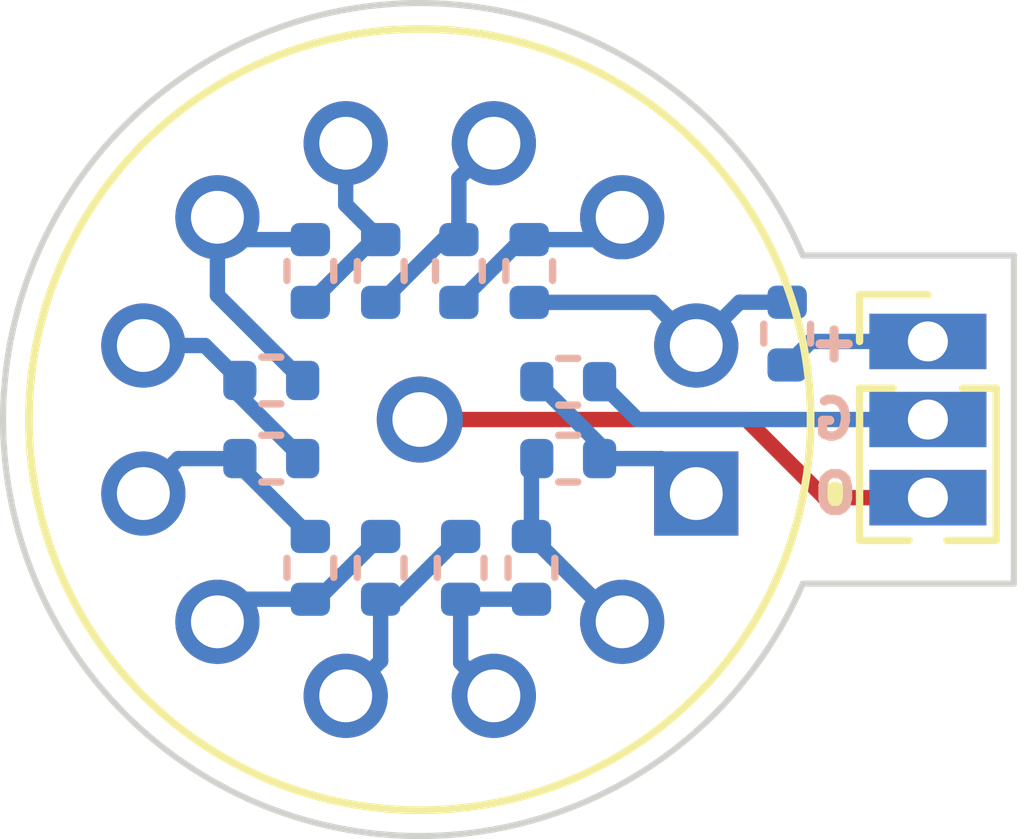
<source format=kicad_pcb>
(kicad_pcb (version 20211014) (generator pcbnew)
  (layers (0 "F.Cu" signal) (31 "B.Cu" signal) (34 "B.Paste" user) (35 "F.Paste" user) (36 "B.SilkS" user "B.Silkscreen") (37 "F.SilkS" user "F.Silkscreen") (38 "B.Mask" user) (39 "F.Mask" user) (44 "Edge.Cuts" user))
  (net 0 "")
  (net 1 "OUT")
  (net 2 "Net-(R1-Pad1)")
  (net 3 "Net-(R1-Pad2)")
  (net 4 "Net-(R2-Pad1)")
  (net 5 "Net-(R3-Pad1)")
  (net 6 "Net-(R4-Pad1)")
  (net 7 "Net-(R5-Pad1)")
  (net 8 "Net-(R6-Pad1)")
  (net 9 "Net-(R7-Pad1)")
  (net 10 "Net-(R8-Pad1)")
  (net 11 "Net-(R10-Pad2)")
  (net 12 "Net-(R10-Pad1)")
  (net 13 "Net-(R11-Pad1)")
  (net 14 "GND")
  (net 15 "+3.3V")
  (footprint "ROTART_SW:SW_56DP30-01-1-AJN" (layer "F.Cu") (at 84.836 37.084)
    (fp_text reference "S1" hide)
    (fp_text value "56DP30-01-1-AJN" hide)
    (fp_circle (center 0 0) (end 6.35 0) (layer "F.SilkS") (width 0.127) (fill none))
    (fp_circle (center 6.75 1.21) (end 6.85 1.21) (layer "F.SilkS") (width 0.2) (fill none))
    (pad "1" thru_hole rect (at 4.49156 1.20351) (size 1.368 1.368) (drill 0.86) (layers *.Cu *.Mask) (net 13 "Net-(R11-Pad1)"))
    (pad "2" thru_hole circle (at 3.28805 3.28805) (size 1.368 1.368) (drill 0.86) (layers *.Cu *.Mask) (net 12 "Net-(R10-Pad1)"))
    (pad "3" thru_hole circle (at 1.20351 4.49156) (size 1.368 1.368) (drill 0.86) (layers *.Cu *.Mask) (net 11 "Net-(R10-Pad2)"))
    (pad "4" thru_hole circle (at -1.20351 4.49156) (size 1.368 1.368) (drill 0.86) (layers *.Cu *.Mask) (net 10 "Net-(R8-Pad1)"))
    (pad "5" thru_hole circle (at -3.28805 3.28805) (size 1.368 1.368) (drill 0.86) (layers *.Cu *.Mask) (net 9 "Net-(R7-Pad1)"))
    (pad "6" thru_hole circle (at -4.49156 1.20351) (size 1.368 1.368) (drill 0.86) (layers *.Cu *.Mask) (net 8 "Net-(R6-Pad1)"))
    (pad "7" thru_hole circle (at -4.49156 -1.20351) (size 1.368 1.368) (drill 0.86) (layers *.Cu *.Mask) (net 7 "Net-(R5-Pad1)"))
    (pad "8" thru_hole circle (at -3.28805 -3.28805) (size 1.368 1.368) (drill 0.86) (layers *.Cu *.Mask) (net 6 "Net-(R4-Pad1)"))
    (pad "9" thru_hole circle (at -1.20351 -4.49156) (size 1.368 1.368) (drill 0.86) (layers *.Cu *.Mask) (net 5 "Net-(R3-Pad1)"))
    (pad "10" thru_hole circle (at 1.20351 -4.49156) (size 1.368 1.368) (drill 0.86) (layers *.Cu *.Mask) (net 4 "Net-(R2-Pad1)"))
    (pad "11" thru_hole circle (at 3.28805 -3.28805) (size 1.368 1.368) (drill 0.86) (layers *.Cu *.Mask) (net 2 "Net-(R1-Pad1)"))
    (pad "12" thru_hole circle (at 4.49156 -1.20351) (size 1.368 1.368) (drill 0.86) (layers *.Cu *.Mask) (net 3 "Net-(R1-Pad2)"))
    (pad "C" thru_hole circle (at 0 0) (size 1.398 1.398) (drill 0.89) (layers *.Cu *.Mask) (net 1 "OUT"))
  )
  (footprint "Connector_PinHeader_1.27mm:PinHeader_1x03_P1.27mm_Vertical" (layer "F.Cu") (at 93.091 35.814)
    (fp_text reference "J1" hide)
    (fp_text value "Conn_01x03_Male" hide)
    (fp_line (start 1.11 0.76) (end 1.11 3.235) (layer "F.SilkS") (width 0.12))
    (fp_line (start 0.30753 3.235) (end 1.11 3.235) (layer "F.SilkS") (width 0.12))
    (fp_line (start 0.563471 0.76) (end 1.11 0.76) (layer "F.SilkS") (width 0.12))
    (fp_line (start -1.11 -0.76) (end 0 -0.76) (layer "F.SilkS") (width 0.12))
    (fp_line (start -1.11 3.235) (end -0.30753 3.235) (layer "F.SilkS") (width 0.12))
    (fp_line (start -1.11 0.76) (end -0.563471 0.76) (layer "F.SilkS") (width 0.12))
    (fp_line (start -1.11 0.76) (end -1.11 3.235) (layer "F.SilkS") (width 0.12))
    (fp_line (start -1.11 0) (end -1.11 -0.76) (layer "F.SilkS") (width 0.12))
    (pad "1" thru_hole custom (at 0 0) (size 1.9 0.9) (drill 0.65) (layers *.Cu *.Mask) (net 15 "+3.3V") (options (clearance outline) (anchor rect)) (primitives))
    (pad "2" thru_hole custom (at 0 1.27) (size 1.9 0.9) (drill 0.65) (layers *.Cu *.Mask) (net 14 "GND") (options (clearance outline) (anchor rect)) (primitives))
    (pad "3" thru_hole custom (at 0 2.54) (size 1.9 0.9) (drill 0.65) (layers *.Cu *.Mask) (net 1 "OUT") (options (clearance outline) (anchor rect)) (primitives))
  )
  (footprint "Resistor_SMD:R_0402_1005Metric" (layer "B.Cu") (at 83.058 34.669 -90)
    (fp_text reference "R4" hide)
    (fp_text value "1k" hide)
    (fp_line (start -0.153641 -0.38) (end 0.153641 -0.38) (layer "B.SilkS") (width 0.12))
    (fp_line (start -0.153641 0.38) (end 0.153641 0.38) (layer "B.SilkS") (width 0.12))
    (pad "1" smd roundrect (at -0.51 0 270) (size 0.54 0.64) (layers "B.Cu" "B.Paste" "B.Mask") (net 6 "Net-(R4-Pad1)"))
    (pad "2" smd roundrect (at 0.51 0 270) (size 0.54 0.64) (layers "B.Cu" "B.Paste" "B.Mask") (net 5 "Net-(R3-Pad1)"))
  )
  (footprint "Resistor_SMD:R_0402_1005Metric" (layer "B.Cu") (at 82.423 37.719)
    (fp_text reference "R6" hide)
    (fp_text value "1k" hide)
    (fp_line (start -0.153641 -0.38) (end 0.153641 -0.38) (layer "B.SilkS") (width 0.12))
    (fp_line (start -0.153641 0.38) (end 0.153641 0.38) (layer "B.SilkS") (width 0.12))
    (pad "1" smd roundrect (at -0.51 0) (size 0.54 0.64) (layers "B.Cu" "B.Paste" "B.Mask") (net 8 "Net-(R6-Pad1)"))
    (pad "2" smd roundrect (at 0.51 0) (size 0.54 0.64) (layers "B.Cu" "B.Paste" "B.Mask") (net 7 "Net-(R5-Pad1)"))
  )
  (footprint "Resistor_SMD:R_0402_1005Metric" (layer "B.Cu") (at 84.201 34.669 -90)
    (fp_text reference "R3" hide)
    (fp_text value "1k" hide)
    (fp_line (start -0.153641 -0.38) (end 0.153641 -0.38) (layer "B.SilkS") (width 0.12))
    (fp_line (start -0.153641 0.38) (end 0.153641 0.38) (layer "B.SilkS") (width 0.12))
    (pad "1" smd roundrect (at -0.51 0 270) (size 0.54 0.64) (layers "B.Cu" "B.Paste" "B.Mask") (net 5 "Net-(R3-Pad1)"))
    (pad "2" smd roundrect (at 0.51 0 270) (size 0.54 0.64) (layers "B.Cu" "B.Paste" "B.Mask") (net 4 "Net-(R2-Pad1)"))
  )
  (footprint "Resistor_SMD:R_0402_1005Metric" (layer "B.Cu") (at 87.247 37.719 180)
    (fp_text reference "R11" hide)
    (fp_text value "1k" hide)
    (fp_line (start -0.153641 0.38) (end 0.153641 0.38) (layer "B.SilkS") (width 0.12))
    (fp_line (start -0.153641 -0.38) (end 0.153641 -0.38) (layer "B.SilkS") (width 0.12))
    (pad "1" smd roundrect (at -0.51 0 180) (size 0.54 0.64) (layers "B.Cu" "B.Paste" "B.Mask") (net 13 "Net-(R11-Pad1)"))
    (pad "2" smd roundrect (at 0.51 0 180) (size 0.54 0.64) (layers "B.Cu" "B.Paste" "B.Mask") (net 12 "Net-(R10-Pad1)"))
  )
  (footprint "Resistor_SMD:R_0402_1005Metric" (layer "B.Cu") (at 86.614 34.669 -90)
    (fp_text reference "R1" hide)
    (fp_text value "1k" hide)
    (fp_line (start -0.153641 -0.38) (end 0.153641 -0.38) (layer "B.SilkS") (width 0.12))
    (fp_line (start -0.153641 0.38) (end 0.153641 0.38) (layer "B.SilkS") (width 0.12))
    (pad "1" smd roundrect (at -0.51 0 270) (size 0.54 0.64) (layers "B.Cu" "B.Paste" "B.Mask") (net 2 "Net-(R1-Pad1)"))
    (pad "2" smd roundrect (at 0.51 0 270) (size 0.54 0.64) (layers "B.Cu" "B.Paste" "B.Mask") (net 3 "Net-(R1-Pad2)"))
  )
  (footprint "Resistor_SMD:R_0402_1005Metric" (layer "B.Cu") (at 86.65 39.495 -90)
    (fp_text reference "R10" hide)
    (fp_text value "1k" hide)
    (fp_line (start -0.153641 0.38) (end 0.153641 0.38) (layer "B.SilkS") (width 0.12))
    (fp_line (start -0.153641 -0.38) (end 0.153641 -0.38) (layer "B.SilkS") (width 0.12))
    (pad "1" smd roundrect (at -0.51 0 270) (size 0.54 0.64) (layers "B.Cu" "B.Paste" "B.Mask") (net 12 "Net-(R10-Pad1)"))
    (pad "2" smd roundrect (at 0.51 0 270) (size 0.54 0.64) (layers "B.Cu" "B.Paste" "B.Mask") (net 11 "Net-(R10-Pad2)"))
  )
  (footprint "Resistor_SMD:R_0402_1005Metric" (layer "B.Cu") (at 84.2 39.495 90)
    (fp_text reference "R8" hide)
    (fp_text value "1k" hide)
    (fp_line (start -0.153641 -0.38) (end 0.153641 -0.38) (layer "B.SilkS") (width 0.12))
    (fp_line (start -0.153641 0.38) (end 0.153641 0.38) (layer "B.SilkS") (width 0.12))
    (pad "1" smd roundrect (at -0.51 0 90) (size 0.54 0.64) (layers "B.Cu" "B.Paste" "B.Mask") (net 10 "Net-(R8-Pad1)"))
    (pad "2" smd roundrect (at 0.51 0 90) (size 0.54 0.64) (layers "B.Cu" "B.Paste" "B.Mask") (net 9 "Net-(R7-Pad1)"))
  )
  (footprint "Resistor_SMD:R_0402_1005Metric" (layer "B.Cu") (at 87.247 36.469 180)
    (fp_text reference "R12" hide)
    (fp_text value "1k" hide)
    (fp_line (start -0.153641 -0.38) (end 0.153641 -0.38) (layer "B.SilkS") (width 0.12))
    (fp_line (start -0.153641 0.38) (end 0.153641 0.38) (layer "B.SilkS") (width 0.12))
    (pad "1" smd roundrect (at -0.51 0 180) (size 0.54 0.64) (layers "B.Cu" "B.Paste" "B.Mask") (net 14 "GND"))
    (pad "2" smd roundrect (at 0.51 0 180) (size 0.54 0.64) (layers "B.Cu" "B.Paste" "B.Mask") (net 13 "Net-(R11-Pad1)"))
  )
  (footprint "Resistor_SMD:R_0402_1005Metric" (layer "B.Cu") (at 90.805 35.687 90)
    (fp_text reference "R13" hide)
    (fp_text value "1k" hide)
    (fp_line (start -0.153641 0.38) (end 0.153641 0.38) (layer "B.SilkS") (width 0.12))
    (fp_line (start -0.153641 -0.38) (end 0.153641 -0.38) (layer "B.SilkS") (width 0.12))
    (pad "1" smd roundrect (at -0.51 0 90) (size 0.54 0.64) (layers "B.Cu" "B.Paste" "B.Mask") (net 15 "+3.3V"))
    (pad "2" smd roundrect (at 0.51 0 90) (size 0.54 0.64) (layers "B.Cu" "B.Paste" "B.Mask") (net 3 "Net-(R1-Pad2)"))
  )
  (footprint "Resistor_SMD:R_0402_1005Metric" (layer "B.Cu") (at 85.5 39.495 90)
    (fp_text reference "R9" hide)
    (fp_text value "1k" hide)
    (fp_line (start -0.153641 0.38) (end 0.153641 0.38) (layer "B.SilkS") (width 0.12))
    (fp_line (start -0.153641 -0.38) (end 0.153641 -0.38) (layer "B.SilkS") (width 0.12))
    (pad "1" smd roundrect (at -0.51 0 90) (size 0.54 0.64) (layers "B.Cu" "B.Paste" "B.Mask") (net 11 "Net-(R10-Pad2)"))
    (pad "2" smd roundrect (at 0.51 0 90) (size 0.54 0.64) (layers "B.Cu" "B.Paste" "B.Mask") (net 10 "Net-(R8-Pad1)"))
  )
  (footprint "Resistor_SMD:R_0402_1005Metric" (layer "B.Cu") (at 85.471 34.669 -90)
    (fp_text reference "R2" hide)
    (fp_text value "1k" hide)
    (fp_line (start -0.153641 -0.38) (end 0.153641 -0.38) (layer "B.SilkS") (width 0.12))
    (fp_line (start -0.153641 0.38) (end 0.153641 0.38) (layer "B.SilkS") (width 0.12))
    (pad "1" smd roundrect (at -0.51 0 270) (size 0.54 0.64) (layers "B.Cu" "B.Paste" "B.Mask") (net 4 "Net-(R2-Pad1)"))
    (pad "2" smd roundrect (at 0.51 0 270) (size 0.54 0.64) (layers "B.Cu" "B.Paste" "B.Mask") (net 2 "Net-(R1-Pad1)"))
  )
  (footprint "Resistor_SMD:R_0402_1005Metric" (layer "B.Cu") (at 82.423 36.449)
    (fp_text reference "R5" hide)
    (fp_text value "1k" hide)
    (fp_line (start -0.153641 0.38) (end 0.153641 0.38) (layer "B.SilkS") (width 0.12))
    (fp_line (start -0.153641 -0.38) (end 0.153641 -0.38) (layer "B.SilkS") (width 0.12))
    (pad "1" smd roundrect (at -0.51 0) (size 0.54 0.64) (layers "B.Cu" "B.Paste" "B.Mask") (net 7 "Net-(R5-Pad1)"))
    (pad "2" smd roundrect (at 0.51 0) (size 0.54 0.64) (layers "B.Cu" "B.Paste" "B.Mask") (net 6 "Net-(R4-Pad1)"))
  )
  (footprint "Resistor_SMD:R_0402_1005Metric" (layer "B.Cu") (at 83.058 39.495 90)
    (fp_text reference "R7" hide)
    (fp_text value "1k" hide)
    (fp_line (start -0.153641 0.38) (end 0.153641 0.38) (layer "B.SilkS") (width 0.12))
    (fp_line (start -0.153641 -0.38) (end 0.153641 -0.38) (layer "B.SilkS") (width 0.12))
    (pad "1" smd roundrect (at -0.51 0 90) (size 0.54 0.64) (layers "B.Cu" "B.Paste" "B.Mask") (net 9 "Net-(R7-Pad1)"))
    (pad "2" smd roundrect (at 0.51 0 90) (size 0.54 0.64) (layers "B.Cu" "B.Paste" "B.Mask") (net 8 "Net-(R6-Pad1)"))
  )
  (gr_line (start 94.488 34.417) (end 94.488 39.751) (layer "Edge.Cuts") (width 0.1))
  (gr_line (start 94.488 39.751) (end 91.059 39.751) (layer "Edge.Cuts") (width 0.1))
  (gr_arc (start 91.059 39.751) (mid 78.065578 37.084) (end 91.059 34.417) (layer "Edge.Cuts") (width 0.1))
  (gr_line (start 91.059 34.417) (end 94.488 34.417) (layer "Edge.Cuts") (width 0.1))
  (gr_text "O" (at 91.586 38.294) (layer "B.SilkS") (effects (font (size 0.6 0.6)) (justify mirror)))
  (gr_text "+" (at 91.567 35.814) (layer "B.SilkS") (effects (font (size 0.6 0.6)) (justify mirror)))
  (gr_text "G" (at 91.567 37.084) (layer "B.SilkS") (effects (font (size 0.6 0.6)) (justify mirror)))
  (segment (start 93.091 38.354) (end 91.41205 38.354) (width 0.25) (layer "F.Cu") (net 1))
  (segment (start 91.41205 38.354) (end 90.14205 37.084) (width 0.25) (layer "F.Cu") (net 1))
  (segment (start 90.14205 37.084) (end 84.836 37.084) (width 0.25) (layer "F.Cu") (net 1))
  (segment (start 87.761 34.159) (end 88.12405 33.79595) (width 0.25) (layer "B.Cu") (net 2))
  (segment (start 86.614 34.159) (end 86.491 34.159) (width 0.25) (layer "B.Cu") (net 2))
  (segment (start 86.491 34.159) (end 85.471 35.179) (width 0.25) (layer "B.Cu") (net 2))
  (segment (start 86.614 34.159) (end 87.761 34.159) (width 0.25) (layer "B.Cu") (net 2))
  (segment (start 89.64207 36.195) (end 89.32756 35.88049) (width 0.25) (layer "B.Cu") (net 3))
  (segment (start 90.03105 35.177) (end 89.32756 35.88049) (width 0.25) (layer "B.Cu") (net 3))
  (segment (start 90.805 35.177) (end 90.03105 35.177) (width 0.25) (layer "B.Cu") (net 3))
  (segment (start 88.62607 35.179) (end 89.32756 35.88049) (width 0.25) (layer "B.Cu") (net 3))
  (segment (start 86.614 35.179) (end 88.62607 35.179) (width 0.25) (layer "B.Cu") (net 3))
  (segment (start 85.471 34.159) (end 85.221 34.159) (width 0.25) (layer "B.Cu") (net 4))
  (segment (start 85.221 34.159) (end 84.201 35.179) (width 0.25) (layer "B.Cu") (net 4))
  (segment (start 85.471 33.16095) (end 86.03951 32.59244) (width 0.25) (layer "B.Cu") (net 4))
  (segment (start 85.471 34.159) (end 85.471 33.16095) (width 0.25) (layer "B.Cu") (net 4))
  (segment (start 83.63249 33.59049) (end 84.201 34.159) (width 0.25) (layer "B.Cu") (net 5))
  (segment (start 83.63249 32.59244) (end 83.63249 33.59049) (width 0.25) (layer "B.Cu") (net 5))
  (segment (start 84.201 34.159) (end 84.078 34.159) (width 0.25) (layer "B.Cu") (net 5))
  (segment (start 84.078 34.159) (end 83.058 35.179) (width 0.25) (layer "B.Cu") (net 5))
  (segment (start 81.911 34.159) (end 81.54795 33.79595) (width 0.25) (layer "B.Cu") (net 6))
  (segment (start 81.54795 35.06395) (end 82.933 36.449) (width 0.25) (layer "B.Cu") (net 6))
  (segment (start 83.058 34.159) (end 81.911 34.159) (width 0.25) (layer "B.Cu") (net 6))
  (segment (start 81.54795 33.79595) (end 81.54795 35.06395) (width 0.25) (layer "B.Cu") (net 6))
  (segment (start 81.913 36.699) (end 82.933 37.719) (width 0.25) (layer "B.Cu") (net 7))
  (segment (start 81.913 36.449) (end 81.913 36.699) (width 0.25) (layer "B.Cu") (net 7))
  (segment (start 81.34449 35.88049) (end 81.913 36.449) (width 0.25) (layer "B.Cu") (net 7))
  (segment (start 80.34444 35.88049) (end 81.34449 35.88049) (width 0.25) (layer "B.Cu") (net 7))
  (segment (start 80.91295 37.719) (end 80.34444 38.28751) (width 0.25) (layer "B.Cu") (net 8))
  (segment (start 81.913 37.719) (end 80.91295 37.719) (width 0.25) (layer "B.Cu") (net 8))
  (segment (start 81.913 37.719) (end 81.913 37.84) (width 0.25) (layer "B.Cu") (net 8))
  (segment (start 81.913 37.84) (end 83.058 38.985) (width 0.25) (layer "B.Cu") (net 8))
  (segment (start 83.058 40.005) (end 81.915 40.005) (width 0.25) (layer "B.Cu") (net 9))
  (segment (start 83.058 40.005) (end 83.18 40.005) (width 0.25) (layer "B.Cu") (net 9))
  (segment (start 81.915 40.005) (end 81.54795 40.37205) (width 0.25) (layer "B.Cu") (net 9))
  (segment (start 83.18 40.005) (end 84.2 38.985) (width 0.25) (layer "B.Cu") (net 9))
  (segment (start 84.2 41.00805) (end 83.63249 41.57556) (width 0.25) (layer "B.Cu") (net 10))
  (segment (start 84.48 40.005) (end 85.5 38.985) (width 0.25) (layer "B.Cu") (net 10))
  (segment (start 84.2 40.005) (end 84.2 41.00805) (width 0.25) (layer "B.Cu") (net 10))
  (segment (start 84.2 40.005) (end 84.48 40.005) (width 0.25) (layer "B.Cu") (net 10))
  (segment (start 85.5 40.005) (end 85.5 41.03605) (width 0.25) (layer "B.Cu") (net 11))
  (segment (start 85.5 41.03605) (end 86.03951 41.57556) (width 0.25) (layer "B.Cu") (net 11))
  (segment (start 85.5 40.005) (end 86.65 40.005) (width 0.25) (layer "B.Cu") (net 11))
  (segment (start 86.65 37.806) (end 86.737 37.719) (width 0.25) (layer "B.Cu") (net 12))
  (segment (start 88.12405 40.37205) (end 88.03705 40.37205) (width 0.25) (layer "B.Cu") (net 12))
  (segment (start 86.65 38.985) (end 86.65 37.806) (width 0.25) (layer "B.Cu") (net 12))
  (segment (start 88.03705 40.37205) (end 86.65 38.985) (width 0.25) (layer "B.Cu") (net 12))
  (segment (start 88.75905 37.719) (end 89.32756 38.28751) (width 0.25) (layer "B.Cu") (net 13))
  (segment (start 87.757 37.489) (end 86.737 36.469) (width 0.25) (layer "B.Cu") (net 13))
  (segment (start 87.757 37.719) (end 88.75905 37.719) (width 0.25) (layer "B.Cu") (net 13))
  (segment (start 87.757 37.719) (end 87.757 37.489) (width 0.25) (layer "B.Cu") (net 13))
  (segment (start 88.372 37.084) (end 93.091 37.084) (width 0.25) (layer "B.Cu") (net 14))
  (segment (start 87.757 36.469) (end 88.372 37.084) (width 0.25) (layer "B.Cu") (net 14))
  (segment (start 93.091 35.814) (end 91.188 35.814) (width 0.25) (layer "B.Cu") (net 15))
  (segment (start 91.188 35.814) (end 90.805 36.197) (width 0.25) (layer "B.Cu") (net 15))
)
</source>
